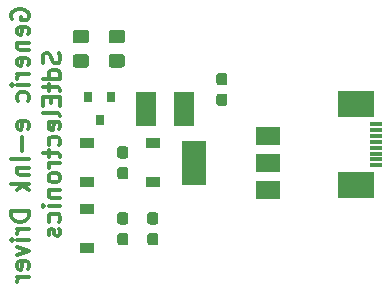
<source format=gbr>
%TF.GenerationSoftware,KiCad,Pcbnew,(5.1.6)-1*%
%TF.CreationDate,2020-05-23T23:32:43+08:00*%
%TF.ProjectId,ePap,65506170-2e6b-4696-9361-645f70636258,rev?*%
%TF.SameCoordinates,Original*%
%TF.FileFunction,Paste,Bot*%
%TF.FilePolarity,Positive*%
%FSLAX46Y46*%
G04 Gerber Fmt 4.6, Leading zero omitted, Abs format (unit mm)*
G04 Created by KiCad (PCBNEW (5.1.6)-1) date 2020-05-23 23:32:43*
%MOMM*%
%LPD*%
G01*
G04 APERTURE LIST*
%ADD10C,0.300000*%
%ADD11R,1.200000X0.900000*%
%ADD12R,1.100000X0.300000*%
%ADD13R,3.100000X2.300000*%
%ADD14R,1.800000X2.900000*%
%ADD15R,0.800000X0.900000*%
%ADD16R,2.000000X3.800000*%
%ADD17R,2.000000X1.500000*%
G04 APERTURE END LIST*
D10*
X105890142Y-89786000D02*
X105961571Y-90000285D01*
X105961571Y-90357428D01*
X105890142Y-90500285D01*
X105818714Y-90571714D01*
X105675857Y-90643142D01*
X105533000Y-90643142D01*
X105390142Y-90571714D01*
X105318714Y-90500285D01*
X105247285Y-90357428D01*
X105175857Y-90071714D01*
X105104428Y-89928857D01*
X105033000Y-89857428D01*
X104890142Y-89786000D01*
X104747285Y-89786000D01*
X104604428Y-89857428D01*
X104533000Y-89928857D01*
X104461571Y-90071714D01*
X104461571Y-90428857D01*
X104533000Y-90643142D01*
X105961571Y-91928857D02*
X104461571Y-91928857D01*
X105890142Y-91928857D02*
X105961571Y-91786000D01*
X105961571Y-91500285D01*
X105890142Y-91357428D01*
X105818714Y-91286000D01*
X105675857Y-91214571D01*
X105247285Y-91214571D01*
X105104428Y-91286000D01*
X105033000Y-91357428D01*
X104961571Y-91500285D01*
X104961571Y-91786000D01*
X105033000Y-91928857D01*
X104961571Y-92428857D02*
X104961571Y-93000285D01*
X104461571Y-92643142D02*
X105747285Y-92643142D01*
X105890142Y-92714571D01*
X105961571Y-92857428D01*
X105961571Y-93000285D01*
X105175857Y-93500285D02*
X105175857Y-94000285D01*
X105961571Y-94214571D02*
X105961571Y-93500285D01*
X104461571Y-93500285D01*
X104461571Y-94214571D01*
X105961571Y-95071714D02*
X105890142Y-94928857D01*
X105747285Y-94857428D01*
X104461571Y-94857428D01*
X105890142Y-96214571D02*
X105961571Y-96071714D01*
X105961571Y-95786000D01*
X105890142Y-95643142D01*
X105747285Y-95571714D01*
X105175857Y-95571714D01*
X105033000Y-95643142D01*
X104961571Y-95786000D01*
X104961571Y-96071714D01*
X105033000Y-96214571D01*
X105175857Y-96286000D01*
X105318714Y-96286000D01*
X105461571Y-95571714D01*
X105890142Y-97571714D02*
X105961571Y-97428857D01*
X105961571Y-97143142D01*
X105890142Y-97000285D01*
X105818714Y-96928857D01*
X105675857Y-96857428D01*
X105247285Y-96857428D01*
X105104428Y-96928857D01*
X105033000Y-97000285D01*
X104961571Y-97143142D01*
X104961571Y-97428857D01*
X105033000Y-97571714D01*
X104961571Y-98000285D02*
X104961571Y-98571714D01*
X104461571Y-98214571D02*
X105747285Y-98214571D01*
X105890142Y-98286000D01*
X105961571Y-98428857D01*
X105961571Y-98571714D01*
X105961571Y-99071714D02*
X104961571Y-99071714D01*
X105247285Y-99071714D02*
X105104428Y-99143142D01*
X105033000Y-99214571D01*
X104961571Y-99357428D01*
X104961571Y-99500285D01*
X105961571Y-100214571D02*
X105890142Y-100071714D01*
X105818714Y-100000285D01*
X105675857Y-99928857D01*
X105247285Y-99928857D01*
X105104428Y-100000285D01*
X105033000Y-100071714D01*
X104961571Y-100214571D01*
X104961571Y-100428857D01*
X105033000Y-100571714D01*
X105104428Y-100643142D01*
X105247285Y-100714571D01*
X105675857Y-100714571D01*
X105818714Y-100643142D01*
X105890142Y-100571714D01*
X105961571Y-100428857D01*
X105961571Y-100214571D01*
X104961571Y-101357428D02*
X105961571Y-101357428D01*
X105104428Y-101357428D02*
X105033000Y-101428857D01*
X104961571Y-101571714D01*
X104961571Y-101786000D01*
X105033000Y-101928857D01*
X105175857Y-102000285D01*
X105961571Y-102000285D01*
X105961571Y-102714571D02*
X104961571Y-102714571D01*
X104461571Y-102714571D02*
X104533000Y-102643142D01*
X104604428Y-102714571D01*
X104533000Y-102786000D01*
X104461571Y-102714571D01*
X104604428Y-102714571D01*
X105890142Y-104071714D02*
X105961571Y-103928857D01*
X105961571Y-103643142D01*
X105890142Y-103500285D01*
X105818714Y-103428857D01*
X105675857Y-103357428D01*
X105247285Y-103357428D01*
X105104428Y-103428857D01*
X105033000Y-103500285D01*
X104961571Y-103643142D01*
X104961571Y-103928857D01*
X105033000Y-104071714D01*
X105890142Y-104643142D02*
X105961571Y-104786000D01*
X105961571Y-105071714D01*
X105890142Y-105214571D01*
X105747285Y-105286000D01*
X105675857Y-105286000D01*
X105533000Y-105214571D01*
X105461571Y-105071714D01*
X105461571Y-104857428D01*
X105390142Y-104714571D01*
X105247285Y-104643142D01*
X105175857Y-104643142D01*
X105033000Y-104714571D01*
X104961571Y-104857428D01*
X104961571Y-105071714D01*
X105033000Y-105214571D01*
X101866000Y-86893142D02*
X101794571Y-86750285D01*
X101794571Y-86536000D01*
X101866000Y-86321714D01*
X102008857Y-86178857D01*
X102151714Y-86107428D01*
X102437428Y-86036000D01*
X102651714Y-86036000D01*
X102937428Y-86107428D01*
X103080285Y-86178857D01*
X103223142Y-86321714D01*
X103294571Y-86536000D01*
X103294571Y-86678857D01*
X103223142Y-86893142D01*
X103151714Y-86964571D01*
X102651714Y-86964571D01*
X102651714Y-86678857D01*
X103223142Y-88178857D02*
X103294571Y-88036000D01*
X103294571Y-87750285D01*
X103223142Y-87607428D01*
X103080285Y-87536000D01*
X102508857Y-87536000D01*
X102366000Y-87607428D01*
X102294571Y-87750285D01*
X102294571Y-88036000D01*
X102366000Y-88178857D01*
X102508857Y-88250285D01*
X102651714Y-88250285D01*
X102794571Y-87536000D01*
X102294571Y-88893142D02*
X103294571Y-88893142D01*
X102437428Y-88893142D02*
X102366000Y-88964571D01*
X102294571Y-89107428D01*
X102294571Y-89321714D01*
X102366000Y-89464571D01*
X102508857Y-89536000D01*
X103294571Y-89536000D01*
X103223142Y-90821714D02*
X103294571Y-90678857D01*
X103294571Y-90393142D01*
X103223142Y-90250285D01*
X103080285Y-90178857D01*
X102508857Y-90178857D01*
X102366000Y-90250285D01*
X102294571Y-90393142D01*
X102294571Y-90678857D01*
X102366000Y-90821714D01*
X102508857Y-90893142D01*
X102651714Y-90893142D01*
X102794571Y-90178857D01*
X103294571Y-91536000D02*
X102294571Y-91536000D01*
X102580285Y-91536000D02*
X102437428Y-91607428D01*
X102366000Y-91678857D01*
X102294571Y-91821714D01*
X102294571Y-91964571D01*
X103294571Y-92464571D02*
X102294571Y-92464571D01*
X101794571Y-92464571D02*
X101866000Y-92393142D01*
X101937428Y-92464571D01*
X101866000Y-92536000D01*
X101794571Y-92464571D01*
X101937428Y-92464571D01*
X103223142Y-93821714D02*
X103294571Y-93678857D01*
X103294571Y-93393142D01*
X103223142Y-93250285D01*
X103151714Y-93178857D01*
X103008857Y-93107428D01*
X102580285Y-93107428D01*
X102437428Y-93178857D01*
X102366000Y-93250285D01*
X102294571Y-93393142D01*
X102294571Y-93678857D01*
X102366000Y-93821714D01*
X103223142Y-96178857D02*
X103294571Y-96036000D01*
X103294571Y-95750285D01*
X103223142Y-95607428D01*
X103080285Y-95536000D01*
X102508857Y-95536000D01*
X102366000Y-95607428D01*
X102294571Y-95750285D01*
X102294571Y-96036000D01*
X102366000Y-96178857D01*
X102508857Y-96250285D01*
X102651714Y-96250285D01*
X102794571Y-95536000D01*
X102723142Y-96893142D02*
X102723142Y-98036000D01*
X103294571Y-98750285D02*
X101794571Y-98750285D01*
X102294571Y-99464571D02*
X103294571Y-99464571D01*
X102437428Y-99464571D02*
X102366000Y-99536000D01*
X102294571Y-99678857D01*
X102294571Y-99893142D01*
X102366000Y-100036000D01*
X102508857Y-100107428D01*
X103294571Y-100107428D01*
X103294571Y-100821714D02*
X101794571Y-100821714D01*
X102723142Y-100964571D02*
X103294571Y-101393142D01*
X102294571Y-101393142D02*
X102866000Y-100821714D01*
X103294571Y-103178857D02*
X101794571Y-103178857D01*
X101794571Y-103536000D01*
X101866000Y-103750285D01*
X102008857Y-103893142D01*
X102151714Y-103964571D01*
X102437428Y-104036000D01*
X102651714Y-104036000D01*
X102937428Y-103964571D01*
X103080285Y-103893142D01*
X103223142Y-103750285D01*
X103294571Y-103536000D01*
X103294571Y-103178857D01*
X103294571Y-104678857D02*
X102294571Y-104678857D01*
X102580285Y-104678857D02*
X102437428Y-104750285D01*
X102366000Y-104821714D01*
X102294571Y-104964571D01*
X102294571Y-105107428D01*
X103294571Y-105607428D02*
X102294571Y-105607428D01*
X101794571Y-105607428D02*
X101866000Y-105536000D01*
X101937428Y-105607428D01*
X101866000Y-105678857D01*
X101794571Y-105607428D01*
X101937428Y-105607428D01*
X102294571Y-106178857D02*
X103294571Y-106536000D01*
X102294571Y-106893142D01*
X103223142Y-108036000D02*
X103294571Y-107893142D01*
X103294571Y-107607428D01*
X103223142Y-107464571D01*
X103080285Y-107393142D01*
X102508857Y-107393142D01*
X102366000Y-107464571D01*
X102294571Y-107607428D01*
X102294571Y-107893142D01*
X102366000Y-108036000D01*
X102508857Y-108107428D01*
X102651714Y-108107428D01*
X102794571Y-107393142D01*
X103294571Y-108750285D02*
X102294571Y-108750285D01*
X102580285Y-108750285D02*
X102437428Y-108821714D01*
X102366000Y-108893142D01*
X102294571Y-109036000D01*
X102294571Y-109178857D01*
%TO.C,C9*%
G36*
G01*
X119871500Y-92501000D02*
X119396500Y-92501000D01*
G75*
G02*
X119159000Y-92263500I0J237500D01*
G01*
X119159000Y-91688500D01*
G75*
G02*
X119396500Y-91451000I237500J0D01*
G01*
X119871500Y-91451000D01*
G75*
G02*
X120109000Y-91688500I0J-237500D01*
G01*
X120109000Y-92263500D01*
G75*
G02*
X119871500Y-92501000I-237500J0D01*
G01*
G37*
G36*
G01*
X119871500Y-94251000D02*
X119396500Y-94251000D01*
G75*
G02*
X119159000Y-94013500I0J237500D01*
G01*
X119159000Y-93438500D01*
G75*
G02*
X119396500Y-93201000I237500J0D01*
G01*
X119871500Y-93201000D01*
G75*
G02*
X120109000Y-93438500I0J-237500D01*
G01*
X120109000Y-94013500D01*
G75*
G02*
X119871500Y-94251000I-237500J0D01*
G01*
G37*
%TD*%
%TO.C,C10*%
G36*
G01*
X111014500Y-99410000D02*
X111489500Y-99410000D01*
G75*
G02*
X111727000Y-99647500I0J-237500D01*
G01*
X111727000Y-100222500D01*
G75*
G02*
X111489500Y-100460000I-237500J0D01*
G01*
X111014500Y-100460000D01*
G75*
G02*
X110777000Y-100222500I0J237500D01*
G01*
X110777000Y-99647500D01*
G75*
G02*
X111014500Y-99410000I237500J0D01*
G01*
G37*
G36*
G01*
X111014500Y-97660000D02*
X111489500Y-97660000D01*
G75*
G02*
X111727000Y-97897500I0J-237500D01*
G01*
X111727000Y-98472500D01*
G75*
G02*
X111489500Y-98710000I-237500J0D01*
G01*
X111014500Y-98710000D01*
G75*
G02*
X110777000Y-98472500I0J237500D01*
G01*
X110777000Y-97897500D01*
G75*
G02*
X111014500Y-97660000I237500J0D01*
G01*
G37*
%TD*%
%TO.C,C11*%
G36*
G01*
X113554500Y-103248000D02*
X114029500Y-103248000D01*
G75*
G02*
X114267000Y-103485500I0J-237500D01*
G01*
X114267000Y-104060500D01*
G75*
G02*
X114029500Y-104298000I-237500J0D01*
G01*
X113554500Y-104298000D01*
G75*
G02*
X113317000Y-104060500I0J237500D01*
G01*
X113317000Y-103485500D01*
G75*
G02*
X113554500Y-103248000I237500J0D01*
G01*
G37*
G36*
G01*
X113554500Y-104998000D02*
X114029500Y-104998000D01*
G75*
G02*
X114267000Y-105235500I0J-237500D01*
G01*
X114267000Y-105810500D01*
G75*
G02*
X114029500Y-106048000I-237500J0D01*
G01*
X113554500Y-106048000D01*
G75*
G02*
X113317000Y-105810500I0J237500D01*
G01*
X113317000Y-105235500D01*
G75*
G02*
X113554500Y-104998000I237500J0D01*
G01*
G37*
%TD*%
%TO.C,C12*%
G36*
G01*
X111014500Y-104998000D02*
X111489500Y-104998000D01*
G75*
G02*
X111727000Y-105235500I0J-237500D01*
G01*
X111727000Y-105810500D01*
G75*
G02*
X111489500Y-106048000I-237500J0D01*
G01*
X111014500Y-106048000D01*
G75*
G02*
X110777000Y-105810500I0J237500D01*
G01*
X110777000Y-105235500D01*
G75*
G02*
X111014500Y-104998000I237500J0D01*
G01*
G37*
G36*
G01*
X111014500Y-103248000D02*
X111489500Y-103248000D01*
G75*
G02*
X111727000Y-103485500I0J-237500D01*
G01*
X111727000Y-104060500D01*
G75*
G02*
X111489500Y-104298000I-237500J0D01*
G01*
X111014500Y-104298000D01*
G75*
G02*
X110777000Y-104060500I0J237500D01*
G01*
X110777000Y-103485500D01*
G75*
G02*
X111014500Y-103248000I237500J0D01*
G01*
G37*
%TD*%
D11*
%TO.C,D1*%
X108204000Y-100710000D03*
X108204000Y-97410000D03*
%TD*%
%TO.C,D2*%
X113792000Y-100710000D03*
X113792000Y-97410000D03*
%TD*%
%TO.C,D3*%
X108204000Y-102998000D03*
X108204000Y-106298000D03*
%TD*%
D12*
%TO.C,J1*%
X132668000Y-99277000D03*
X132668000Y-98777000D03*
X132668000Y-98277000D03*
X132668000Y-97777000D03*
X132668000Y-97277000D03*
X132668000Y-96777000D03*
X132668000Y-96277000D03*
X132668000Y-95777000D03*
D13*
X130968000Y-100947000D03*
X130968000Y-94107000D03*
%TD*%
D14*
%TO.C,L1*%
X116408000Y-94488000D03*
X113208000Y-94488000D03*
%TD*%
D15*
%TO.C,Q1*%
X108336000Y-93472000D03*
X110236000Y-93472000D03*
X109286000Y-95472000D03*
%TD*%
%TO.C,R1*%
G36*
G01*
X108146001Y-88958000D02*
X107245999Y-88958000D01*
G75*
G02*
X106996000Y-88708001I0J249999D01*
G01*
X106996000Y-88057999D01*
G75*
G02*
X107245999Y-87808000I249999J0D01*
G01*
X108146001Y-87808000D01*
G75*
G02*
X108396000Y-88057999I0J-249999D01*
G01*
X108396000Y-88708001D01*
G75*
G02*
X108146001Y-88958000I-249999J0D01*
G01*
G37*
G36*
G01*
X108146001Y-91008000D02*
X107245999Y-91008000D01*
G75*
G02*
X106996000Y-90758001I0J249999D01*
G01*
X106996000Y-90107999D01*
G75*
G02*
X107245999Y-89858000I249999J0D01*
G01*
X108146001Y-89858000D01*
G75*
G02*
X108396000Y-90107999I0J-249999D01*
G01*
X108396000Y-90758001D01*
G75*
G02*
X108146001Y-91008000I-249999J0D01*
G01*
G37*
%TD*%
%TO.C,R2*%
G36*
G01*
X111194001Y-90999000D02*
X110293999Y-90999000D01*
G75*
G02*
X110044000Y-90749001I0J249999D01*
G01*
X110044000Y-90098999D01*
G75*
G02*
X110293999Y-89849000I249999J0D01*
G01*
X111194001Y-89849000D01*
G75*
G02*
X111444000Y-90098999I0J-249999D01*
G01*
X111444000Y-90749001D01*
G75*
G02*
X111194001Y-90999000I-249999J0D01*
G01*
G37*
G36*
G01*
X111194001Y-88949000D02*
X110293999Y-88949000D01*
G75*
G02*
X110044000Y-88699001I0J249999D01*
G01*
X110044000Y-88048999D01*
G75*
G02*
X110293999Y-87799000I249999J0D01*
G01*
X111194001Y-87799000D01*
G75*
G02*
X111444000Y-88048999I0J-249999D01*
G01*
X111444000Y-88699001D01*
G75*
G02*
X111194001Y-88949000I-249999J0D01*
G01*
G37*
%TD*%
D16*
%TO.C,U1*%
X117246000Y-99060000D03*
D17*
X123546000Y-99060000D03*
X123546000Y-101360000D03*
X123546000Y-96760000D03*
%TD*%
M02*

</source>
